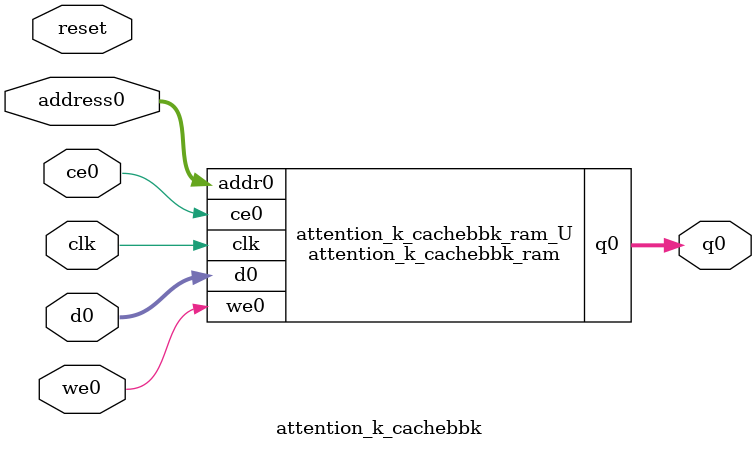
<source format=v>
`timescale 1 ns / 1 ps
module attention_k_cachebbk_ram (addr0, ce0, d0, we0, q0,  clk);

parameter DWIDTH = 40;
parameter AWIDTH = 10;
parameter MEM_SIZE = 576;

input[AWIDTH-1:0] addr0;
input ce0;
input[DWIDTH-1:0] d0;
input we0;
output reg[DWIDTH-1:0] q0;
input clk;

(* ram_style = "block" *)reg [DWIDTH-1:0] ram[0:MEM_SIZE-1];




always @(posedge clk)  
begin 
    if (ce0) begin
        if (we0) 
            ram[addr0] <= d0; 
        q0 <= ram[addr0];
    end
end


endmodule

`timescale 1 ns / 1 ps
module attention_k_cachebbk(
    reset,
    clk,
    address0,
    ce0,
    we0,
    d0,
    q0);

parameter DataWidth = 32'd40;
parameter AddressRange = 32'd576;
parameter AddressWidth = 32'd10;
input reset;
input clk;
input[AddressWidth - 1:0] address0;
input ce0;
input we0;
input[DataWidth - 1:0] d0;
output[DataWidth - 1:0] q0;



attention_k_cachebbk_ram attention_k_cachebbk_ram_U(
    .clk( clk ),
    .addr0( address0 ),
    .ce0( ce0 ),
    .we0( we0 ),
    .d0( d0 ),
    .q0( q0 ));

endmodule


</source>
